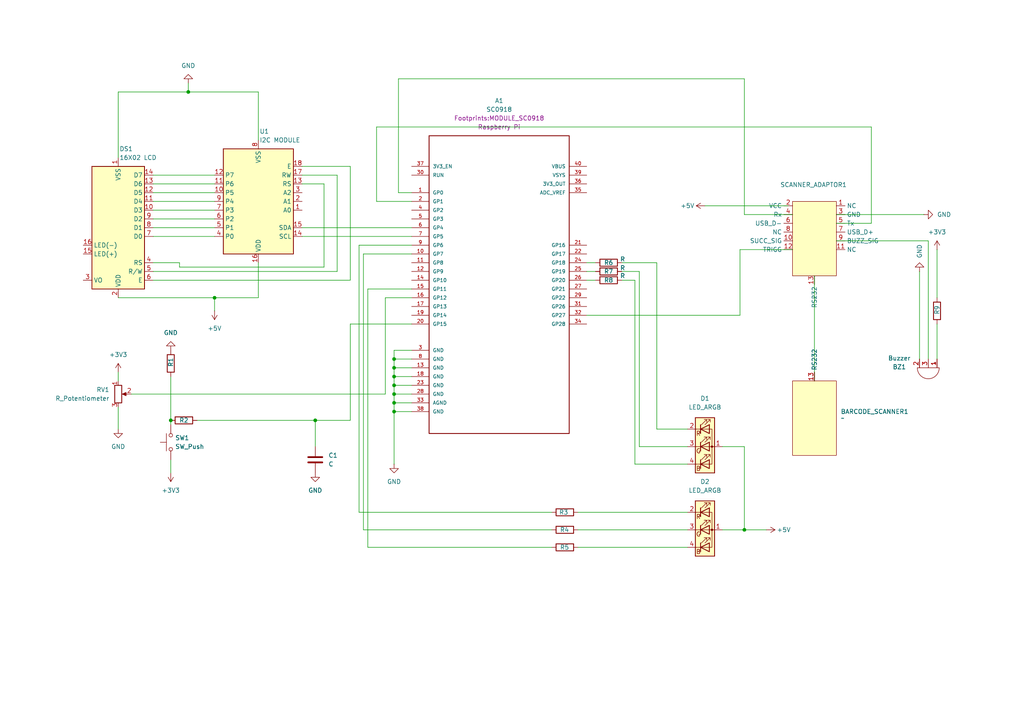
<source format=kicad_sch>
(kicad_sch (version 20231120) (generator "eeschema") (generator_version "8.0")
  (paper "A4")
  (lib_symbols
    (symbol "Device:Buzzer" (pin_names (offset 0.0254) hide)
      (property "Reference" "BZ1" (at -0.254 -8.382 90))
      (property "Value" "Buzzer" (at -2.794 -8.382 90))
      (symbol "Buzzer_0_1"
        (arc (start 0 -3.175) (mid 3.1612 0) (end 0 3.175))
        (polyline (pts (xy -1.651 1.905) (xy -1.143 1.905)))
        (polyline (pts (xy -1.397 2.159) (xy -1.397 1.651)))
        (polyline (pts (xy 0 3.175) (xy 0 -3.175)))
      )
      (symbol "Buzzer_1_1"
        (pin passive line (at -2.54 2.54 0) (length 2.54) (name "+") (number "1"))
        (pin passive line (at -2.54 -2.54 0) (length 2.54) (name "-") (number "2"))
        (pin input line (at -2.54 0 0) (length 2.54) (name "I/0") (number "3"))
      )
    )
    (symbol "Device:C" (pin_numbers hide) (pin_names (offset 0.254))
      (property "Reference" "C" (at 0.635 2.54 0))
      (property "Value" "C" (at 0.635 -2.54 0))
      (symbol "C_0_1"
        (polyline (pts (xy -2.032 -0.762) (xy 2.032 -0.762)) (stroke (width 0.508)))
        (polyline (pts (xy -2.032 0.762) (xy 2.032 0.762)) (stroke (width 0.508)))
      )
      (symbol "C_1_1"
        (pin passive line (at 0 3.81 270) (length 2.794) (name "~") (number "1"))
        (pin passive line (at 0 -3.81 90) (length 2.794) (name "~") (number "2"))
      )
    )
    (symbol "Device:LED_ARGB" (pin_names (offset 0) hide)
      (property "Reference" "D" (at 0 9.398 0))
      (property "Value" "LED_ARGB" (at 0 -8.89 0))
      (symbol "LED_ARGB_0_0"
        (text "B" (at -1.905 -6.35 0) (effects (font (size 1.27 1.27))))
        (text "G" (at -1.905 -1.27 0) (effects (font (size 1.27 1.27))))
        (text "R" (at -1.905 3.81 0) (effects (font (size 1.27 1.27))))
      )
      (symbol "LED_ARGB_0_1"
        (polyline (pts (xy -1.27 -5.08) (xy -2.54 -5.08)))
        (polyline (pts (xy -1.27 -5.08) (xy 1.27 -5.08)))
        (polyline (pts (xy -1.27 -3.81) (xy -1.27 -6.35)) (stroke (width 0.254)))
        (polyline (pts (xy -1.27 0) (xy -2.54 0)))
        (polyline (pts (xy -1.27 1.27) (xy -1.27 -1.27)) (stroke (width 0.254)))
        (polyline (pts (xy -1.27 5.08) (xy -2.54 5.08)))
        (polyline (pts (xy -1.27 5.08) (xy 1.27 5.08)))
        (polyline (pts (xy -1.27 6.35) (xy -1.27 3.81)) (stroke (width 0.254)))
        (polyline (pts (xy 1.27 0) (xy -1.27 0)))
        (polyline (pts (xy 1.27 0) (xy 2.54 0)))
        (polyline (pts (xy -1.27 1.27) (xy -1.27 -1.27) (xy -1.27 -1.27)))
        (polyline (pts (xy -1.27 6.35) (xy -1.27 3.81) (xy -1.27 3.81)))
        (polyline (pts (xy 1.27 -5.08) (xy 2.032 -5.08) (xy 2.032 5.08) (xy 1.27 5.08)))
        (polyline (pts (xy 1.27 -3.81) (xy 1.27 -6.35) (xy -1.27 -5.08) (xy 1.27 -3.81)) (stroke (width 0.254)))
        (polyline (pts (xy 1.27 1.27) (xy 1.27 -1.27) (xy -1.27 0) (xy 1.27 1.27)) (stroke (width 0.254)))
        (polyline (pts (xy 1.27 6.35) (xy 1.27 3.81) (xy -1.27 5.08) (xy 1.27 6.35)) (stroke (width 0.254)))
        (polyline (pts (xy -1.016 -3.81) (xy 0.508 -2.286) (xy -0.254 -2.286) (xy 0.508 -2.286) (xy 0.508 -3.048)))
        (polyline (pts (xy -1.016 1.27) (xy 0.508 2.794) (xy -0.254 2.794) (xy 0.508 2.794) (xy 0.508 2.032)))
        (polyline (pts (xy -1.016 6.35) (xy 0.508 7.874) (xy -0.254 7.874) (xy 0.508 7.874) (xy 0.508 7.112)))
        (polyline (pts (xy 0 -3.81) (xy 1.524 -2.286) (xy 0.762 -2.286) (xy 1.524 -2.286) (xy 1.524 -3.048)))
        (polyline (pts (xy 0 1.27) (xy 1.524 2.794) (xy 0.762 2.794) (xy 1.524 2.794) (xy 1.524 2.032)))
        (polyline (pts (xy 0 6.35) (xy 1.524 7.874) (xy 0.762 7.874) (xy 1.524 7.874) (xy 1.524 7.112)))
        (rectangle (start 1.27 -1.27) (end 1.27 1.27))
        (rectangle (start 1.27 1.27) (end 1.27 1.27))
        (rectangle (start 1.27 3.81) (end 1.27 6.35))
        (rectangle (start 1.27 6.35) (end 1.27 6.35))
        (circle (center 2.032 0) (radius 0.254) (fill (type outline)))
        (rectangle (start 2.794 8.382) (end -2.794 -7.62) (stroke (width 0.254)) (fill (type background)))
      )
      (symbol "LED_ARGB_1_1"
        (pin passive line (at 5.08 0 180) (length 2.54) (name "A") (number "1"))
        (pin passive line (at -5.08 5.08 0) (length 2.54) (name "RK") (number "2"))
        (pin passive line (at -5.08 0 0) (length 2.54) (name "GK") (number "3"))
        (pin passive line (at -5.08 -5.08 0) (length 2.54) (name "BK") (number "4"))
      )
    )
    (symbol "Device:R" (pin_numbers hide) (pin_names (offset 0))
      (property "Reference" "R" (at 2.032 0 90))
      (property "Value" "R" (at 0 0 90))
      (symbol "R_0_1"
        (rectangle (start -1.016 -2.54) (end 1.016 2.54) (stroke (width 0.254)))
      )
      (symbol "R_1_1"
        (pin passive line (at 0 3.81 270) (length 1.27) (name "~") (number "1"))
        (pin passive line (at 0 -3.81 90) (length 1.27) (name "~") (number "2"))
      )
    )
    (symbol "Device:R_Potentiometer" (pin_names (offset 1.016) hide)
      (property "Reference" "RV" (at -4.445 0 90))
      (property "Value" "R_Potentiometer" (at -2.54 0 90))
      (symbol "R_Potentiometer_0_1"
        (polyline (pts (xy 2.54 0) (xy 1.524 0)))
        (polyline (pts (xy 1.143 0) (xy 2.286 0.508) (xy 2.286 -0.508) (xy 1.143 0)) (fill (type outline)))
        (rectangle (start 1.016 2.54) (end -1.016 -2.54) (stroke (width 0.254)))
      )
      (symbol "R_Potentiometer_1_1"
        (pin passive line (at 0 3.81 270) (length 1.27) (name "1") (number "1"))
        (pin passive line (at 3.81 0 180) (length 1.27) (name "2") (number "2"))
        (pin passive line (at 0 -3.81 90) (length 1.27) (name "3") (number "3"))
      )
    )
    (symbol "Display_Character:WC1602A"
      (property "Reference" "DS" (at -5.842 19.05 0))
      (property "Value" "WC1602A" (at 5.334 19.05 0))
      (symbol "WC1602A_1_1"
        (rectangle (start -7.62 17.78) (end 7.62 -17.78) (stroke (width 0.254)) (fill (type background)))
        (pin power_in line (at 0 -20.32 90) (length 2.54) (name "VSS") (number "1"))
        (pin input line (at -10.16 -5.08 0) (length 2.54) (name "D3") (number "10"))
        (pin input line (at -10.16 -7.62 0) (length 2.54) (name "D4") (number "11"))
        (pin input line (at -10.16 -10.16 0) (length 2.54) (name "D5") (number "12"))
        (pin input line (at -10.16 -12.7 0) (length 2.54) (name "D6") (number "13"))
        (pin input line (at -10.16 -15.24 0) (length 2.54) (name "D7") (number "14"))
        (pin power_in line (at 10.16 7.62 180) (length 2.54) (name "LED(+)") (number "15"))
        (pin power_in line (at 10.16 5.08 180) (length 2.54) (name "LED(-)") (number "16"))
        (pin power_in line (at 0 20.32 270) (length 2.54) (name "VDD") (number "2"))
        (pin input line (at 10.16 15.24 180) (length 2.54) (name "VO") (number "3"))
        (pin input line (at -10.16 10.16 0) (length 2.54) (name "RS") (number "4"))
        (pin input line (at -10.16 12.7 0) (length 2.54) (name "R/W") (number "5"))
        (pin input line (at -10.16 15.24 0) (length 2.54) (name "E") (number "6"))
        (pin input line (at -10.16 2.54 0) (length 2.54) (name "D0") (number "7"))
        (pin input line (at -10.16 0 0) (length 2.54) (name "D1") (number "8"))
        (pin input line (at -10.16 -2.54 0) (length 2.54) (name "D2") (number "9"))
      )
    )
    (symbol "Footprint:SC0918" (pin_names (offset 1.016))
      (property "Reference" "A1" (at 0 58.42 0))
      (property "Value" "SC0918" (at 0 55.88 0))
      (property "Footprint" "Footprints:MODULE_SC0918" (at -12.7 -46.99 0))
      (property "manufacturer" "Raspberry Pi" (at 0 53.34 0))
      (symbol "SC0918_0_0"
        (rectangle (start -20.32 -43.18) (end 20.32 43.18) (stroke (width 0.254)))
        (pin bidirectional line (at -25.4 26.67 0) (length 5.08) (name "GP0") (number "1"))
        (pin bidirectional line (at -25.4 8.89 0) (length 5.08) (name "GP7") (number "10"))
        (pin bidirectional line (at -25.4 6.35 0) (length 5.08) (name "GP8") (number "11"))
        (pin bidirectional line (at -25.4 3.81 0) (length 5.08) (name "GP9") (number "12"))
        (pin power_in line (at -25.4 -24.13 0) (length 5.08) (name "GND") (number "13"))
        (pin bidirectional line (at -25.4 1.27 0) (length 5.08) (name "GP10") (number "14"))
        (pin bidirectional line (at -25.4 -1.27 0) (length 5.08) (name "GP11") (number "15"))
        (pin bidirectional line (at -25.4 -3.81 0) (length 5.08) (name "GP12") (number "16"))
        (pin bidirectional line (at -25.4 -6.35 0) (length 5.08) (name "GP13") (number "17"))
        (pin power_in line (at -25.4 -26.67 0) (length 5.08) (name "GND") (number "18"))
        (pin bidirectional line (at -25.4 -8.89 0) (length 5.08) (name "GP14") (number "19"))
        (pin bidirectional line (at -25.4 24.13 0) (length 5.08) (name "GP1") (number "2"))
        (pin bidirectional line (at -25.4 -11.43 0) (length 5.08) (name "GP15") (number "20"))
        (pin bidirectional line (at 25.4 11.43 180) (length 5.08) (name "GP16") (number "21"))
        (pin bidirectional line (at 25.4 8.89 180) (length 5.08) (name "GP17") (number "22"))
        (pin power_in line (at -25.4 -29.21 0) (length 5.08) (name "GND") (number "23"))
        (pin bidirectional line (at 25.4 6.35 180) (length 5.08) (name "GP18") (number "24"))
        (pin bidirectional line (at 25.4 3.81 180) (length 5.08) (name "GP19") (number "25"))
        (pin bidirectional line (at 25.4 1.27 180) (length 5.08) (name "GP20") (number "26"))
        (pin bidirectional line (at 25.4 -1.27 180) (length 5.08) (name "GP21") (number "27"))
        (pin power_in line (at -25.4 -31.75 0) (length 5.08) (name "GND") (number "28"))
        (pin bidirectional line (at 25.4 -3.81 180) (length 5.08) (name "GP22") (number "29"))
        (pin power_in line (at -25.4 -19.05 0) (length 5.08) (name "GND") (number "3"))
        (pin input line (at -25.4 31.75 0) (length 5.08) (name "RUN") (number "30"))
        (pin bidirectional line (at 25.4 -6.35 180) (length 5.08) (name "GP26") (number "31"))
        (pin bidirectional line (at 25.4 -8.89 180) (length 5.08) (name "GP27") (number "32"))
        (pin power_in line (at -25.4 -34.29 0) (length 5.08) (name "AGND") (number "33"))
        (pin bidirectional line (at 25.4 -11.43 180) (length 5.08) (name "GP28") (number "34"))
        (pin power_in line (at 25.4 26.67 180) (length 5.08) (name "ADC_VREF") (number "35"))
        (pin power_in line (at 25.4 29.21 180) (length 5.08) (name "3V3_OUT") (number "36"))
        (pin input line (at -25.4 34.29 0) (length 5.08) (name "3V3_EN") (number "37"))
        (pin power_in line (at -25.4 -36.83 0) (length 5.08) (name "GND") (number "38"))
        (pin free line (at 25.4 31.75 180) (length 5.08) (name "VSYS") (number "39"))
        (pin bidirectional line (at -25.4 21.59 0) (length 5.08) (name "GP2") (number "4"))
        (pin free line (at 25.4 34.29 180) (length 5.08) (name "VBUS") (number "40"))
        (pin bidirectional line (at -25.4 19.05 0) (length 5.08) (name "GP3") (number "5"))
        (pin bidirectional line (at -25.4 16.51 0) (length 5.08) (name "GP4") (number "6"))
        (pin bidirectional line (at -25.4 13.97 0) (length 5.08) (name "GP5") (number "7"))
        (pin power_in line (at -25.4 -21.59 0) (length 5.08) (name "GND") (number "8"))
        (pin bidirectional line (at -25.4 11.43 0) (length 5.08) (name "GP6") (number "9"))
      )
    )
    (symbol "Interface_Expansion:PCF8574"
      (property "Reference" "U1" (at -0.3459 -20.32 0))
      (property "Value" "I2C MODULE" (at -0.3459 -17.78 0))
      (symbol "PCF8574_0_1"
        (rectangle (start -10.16 15.24) (end 10.16 -15.24) (stroke (width 0.254)) (fill (type background)))
      )
      (symbol "PCF8574_1_1"
        (pin input line (at -12.7 2.54 0) (length 2.54) (name "A0") (number "1"))
        (pin bidirectional line (at 12.7 -2.54 180) (length 2.54) (name "P5") (number "10"))
        (pin bidirectional line (at 12.7 -5.08 180) (length 2.54) (name "P6") (number "11"))
        (pin bidirectional line (at 12.7 -7.62 180) (length 2.54) (name "P7") (number "12"))
        (pin input line (at -12.7 -5.08 0) (length 2.54) (name "RS") (number "13"))
        (pin input line (at -12.7 10.16 0) (length 2.54) (name "SCL") (number "14"))
        (pin bidirectional line (at -12.7 7.62 0) (length 2.54) (name "SDA") (number "15"))
        (pin power_in line (at 0 17.78 270) (length 2.54) (name "VDD") (number "16"))
        (pin input line (at -12.7 -7.62 0) (length 2.54) (name "RW") (number "17"))
        (pin input line (at -12.7 -10.16 0) (length 2.54) (name "E") (number "18"))
        (pin input line (at -12.7 0 0) (length 2.54) (name "A1") (number "2"))
        (pin input line (at -12.7 -2.54 0) (length 2.54) (name "A2") (number "3"))
        (pin bidirectional line (at 12.7 10.16 180) (length 2.54) (name "P0") (number "4"))
        (pin bidirectional line (at 12.7 7.62 180) (length 2.54) (name "P1") (number "5"))
        (pin bidirectional line (at 12.7 5.08 180) (length 2.54) (name "P2") (number "6"))
        (pin bidirectional line (at 12.7 2.54 180) (length 2.54) (name "P3") (number "7"))
        (pin power_in line (at 0 -17.78 90) (length 2.54) (name "VSS") (number "8"))
        (pin bidirectional line (at 12.7 0 180) (length 2.54) (name "P4") (number "9"))
      )
    )
    (symbol "Scanner_Library:BARCODE_SCANNER"
      (property "Reference" "BARCODE_SCANNER" (at 0 11.684 0))
      (symbol "BARCODE_SCANNER_1_1"
        (rectangle (start -6.35 10.16) (end 6.35 -11.43) (fill (type background)))
        (pin output line (at 0 -11.43 270) (length 2.54) (name "RS232") (number "13"))
      )
    )
    (symbol "Scanner_Library:SCANNER_ADAPTOR"
      (property "Reference" "SCANNER_ADAPTOR" (at 0 6.096 0))
      (symbol "SCANNER_ADAPTOR_1_1"
        (rectangle (start -6.35 2.54) (end 6.35 -19.05) (fill (type background)))
        (pin output line (at 6.35 1.27 0) (length 2.54) (name "NC") (number "1"))
        (pin output line (at -6.35 -8.89 180) (length 2.54) (name "SUCC_SIG") (number "10"))
        (pin output line (at 6.35 -11.43 0) (length 2.54) (name "NC") (number "11"))
        (pin input line (at -6.35 -11.43 180) (length 2.54) (name "TRIGG") (number "12"))
        (pin input line (at 0 -19.05 270) (length 2.54) (name "RS232") (number "13"))
        (pin input line (at -6.35 1.27 180) (length 2.54) (name "VCC") (number "2"))
        (pin input line (at 6.35 -1.27 0) (length 2.54) (name "GND") (number "3"))
        (pin input line (at -6.35 -1.27 180) (length 2.54) (name "Rx") (number "4"))
        (pin output line (at 6.35 -3.81 0) (length 2.54) (name "Tx") (number "5"))
        (pin bidirectional line (at -6.35 -3.81 180) (length 2.54) (name "USB_D-") (number "6"))
        (pin bidirectional line (at 6.35 -6.35 0) (length 2.54) (name "USB_D+") (number "7"))
        (pin output line (at -6.35 -6.35 180) (length 2.54) (name "NC") (number "8"))
        (pin output line (at 6.35 -8.89 0) (length 2.54) (name "BUZZ_SIG") (number "9"))
      )
    )
    (symbol "Switch:SW_Push" (pin_numbers hide) (pin_names (offset 1.016) hide)
      (property "Reference" "SW" (at 1.27 2.54 0))
      (property "Value" "SW_Push" (at 0 -1.524 0))
      (symbol "SW_Push_0_1"
        (circle (center -2.032 0) (radius 0.508))
        (polyline (pts (xy 0 1.27) (xy 0 3.048)))
        (polyline (pts (xy 2.54 1.27) (xy -2.54 1.27)))
        (circle (center 2.032 0) (radius 0.508))
        (pin passive line (at -5.08 0 0) (length 2.54) (name "1") (number "1"))
        (pin passive line (at 5.08 0 180) (length 2.54) (name "2") (number "2"))
      )
    )
    (symbol "power:+3V3" (power) (pin_numbers hide) (pin_names (offset 0) hide)
      (property "Value" "+3V3" (at 0 3.556 0))
      (symbol "+3V3_0_1"
        (polyline (pts (xy -0.762 1.27) (xy 0 2.54)))
        (polyline (pts (xy 0 0) (xy 0 2.54)))
        (polyline (pts (xy 0 2.54) (xy 0.762 1.27)))
      )
      (symbol "+3V3_1_1"
        (pin power_in line (at 0 0 90) (length 0) (name "~") (number "1"))
      )
    )
    (symbol "power:+5V" (power) (pin_numbers hide) (pin_names (offset 0) hide)
      (property "Value" "+5V" (at 0 3.556 0))
      (symbol "+5V_0_1"
        (polyline (pts (xy -0.762 1.27) (xy 0 2.54)))
        (polyline (pts (xy 0 0) (xy 0 2.54)))
        (polyline (pts (xy 0 2.54) (xy 0.762 1.27)))
      )
      (symbol "+5V_1_1"
        (pin power_in line (at 0 0 90) (length 0) (name "~") (number "1"))
      )
    )
    (symbol "power:GND" (power) (pin_numbers hide) (pin_names (offset 0) hide)
      (property "Value" "GND" (at 0 -3.81 0))
      (symbol "GND_0_1"
        (polyline (pts (xy 0 0) (xy 0 -1.27) (xy 1.27 -1.27) (xy 0 -2.54) (xy -1.27 -1.27) (xy 0 -1.27)))
      )
      (symbol "GND_1_1"
        (pin power_in line (at 0 0 270) (length 0) (name "~") (number "1"))
      )
    )
  )
  (junction (at 114.3 104.14))
  (junction (at 62.23 86.36))
  (junction (at 114.3 116.84))
  (junction (at 215.9 153.67))
  (junction (at 114.3 114.3))
  (junction (at 114.3 119.38))
  (junction (at 114.3 106.68))
  (junction (at 91.44 121.92))
  (junction (at 114.3 109.22))
  (junction (at 54.61 26.67))
  (junction (at 114.3 111.76))
  (junction (at 49.53 121.92))
  (wire (pts (xy 62.23 63.5) (xy 44.45 63.5)))
  (wire (pts (xy 119.38 106.68) (xy 114.3 106.68)))
  (wire (pts (xy 74.93 40.64) (xy 74.93 26.67)))
  (wire (pts (xy 215.9 62.23) (xy 229.87 62.23)))
  (wire (pts (xy 57.15 121.92) (xy 91.44 121.92)))
  (wire (pts (xy 114.3 119.38) (xy 114.3 134.62)))
  (wire (pts (xy 34.29 118.11) (xy 34.29 124.46)))
  (wire (pts (xy 209.55 153.67) (xy 215.9 153.67)))
  (wire (pts (xy 87.63 68.58) (xy 119.38 68.58)))
  (wire (pts (xy 160.02 158.75) (xy 106.68 158.75)))
  (wire (pts (xy 74.93 26.67) (xy 54.61 26.67)))
  (wire (pts (xy 93.98 53.34) (xy 93.98 77.47)))
  (wire (pts (xy 184.15 134.62) (xy 184.15 81.28)))
  (wire (pts (xy 115.57 55.88) (xy 119.38 55.88)))
  (wire (pts (xy 114.3 101.6) (xy 114.3 104.14)))
  (wire (pts (xy 62.23 68.58) (xy 44.45 68.58)))
  (wire (pts (xy 180.34 81.28) (xy 184.15 81.28)))
  (wire (pts (xy 109.22 58.42) (xy 119.38 58.42)))
  (wire (pts (xy 215.9 22.86) (xy 215.9 62.23)))
  (wire (pts (xy 242.57 64.77) (xy 252.73 64.77)))
  (wire (pts (xy 62.23 50.8) (xy 44.45 50.8)))
  (wire (pts (xy 215.9 153.67) (xy 215.9 129.54)))
  (wire (pts (xy 119.38 119.38) (xy 114.3 119.38)))
  (wire (pts (xy 119.38 101.6) (xy 114.3 101.6)))
  (wire (pts (xy 167.64 158.75) (xy 199.39 158.75)))
  (wire (pts (xy 242.57 62.23) (xy 267.97 62.23)))
  (wire (pts (xy 114.3 104.14) (xy 114.3 106.68)))
  (wire (pts (xy 101.6 93.98) (xy 119.38 93.98)))
  (wire (pts (xy 52.07 76.2) (xy 52.07 77.47)))
  (wire (pts (xy 204.47 59.69) (xy 228.6 59.69)))
  (wire (pts (xy 111.76 86.36) (xy 119.38 86.36)))
  (wire (pts (xy 62.23 66.04) (xy 44.45 66.04)))
  (wire (pts (xy 115.57 22.86) (xy 115.57 55.88)))
  (wire (pts (xy 62.23 55.88) (xy 44.45 55.88)))
  (wire (pts (xy 49.53 133.35) (xy 49.53 137.16)))
  (wire (pts (xy 115.57 22.86) (xy 215.9 22.86)))
  (wire (pts (xy 119.38 109.22) (xy 114.3 109.22)))
  (wire (pts (xy 167.64 148.59) (xy 199.39 148.59)))
  (wire (pts (xy 111.76 114.3) (xy 111.76 86.36)))
  (wire (pts (xy 172.72 76.2) (xy 170.18 76.2)))
  (wire (pts (xy 209.55 129.54) (xy 215.9 129.54)))
  (wire (pts (xy 160.02 153.67) (xy 105.41 153.67)))
  (wire (pts (xy 52.07 77.47) (xy 93.98 77.47)))
  (wire (pts (xy 114.3 106.68) (xy 114.3 109.22)))
  (wire (pts (xy 34.29 86.36) (xy 62.23 86.36)))
  (wire (pts (xy 62.23 53.34) (xy 44.45 53.34)))
  (wire (pts (xy 62.23 86.36) (xy 62.23 90.17)))
  (wire (pts (xy 215.9 153.67) (xy 222.25 153.67)))
  (wire (pts (xy 114.3 104.14) (xy 119.38 104.14)))
  (wire (pts (xy 104.14 71.12) (xy 119.38 71.12)))
  (wire (pts (xy 170.18 81.28) (xy 172.72 81.28)))
  (wire (pts (xy 167.64 153.67) (xy 199.39 153.67)))
  (wire (pts (xy 62.23 60.96) (xy 44.45 60.96)))
  (wire (pts (xy 190.5 124.46) (xy 190.5 76.2)))
  (wire (pts (xy 38.1 114.3) (xy 111.76 114.3)))
  (wire (pts (xy 105.41 153.67) (xy 105.41 73.66)))
  (wire (pts (xy 101.6 48.26) (xy 87.63 48.26)))
  (wire (pts (xy 214.63 72.39) (xy 229.87 72.39)))
  (wire (pts (xy 271.78 72.39) (xy 271.78 86.36)))
  (wire (pts (xy 74.93 86.36) (xy 74.93 76.2)))
  (wire (pts (xy 190.5 124.46) (xy 199.39 124.46)))
  (wire (pts (xy 87.63 53.34) (xy 93.98 53.34)))
  (wire (pts (xy 236.22 80.01) (xy 236.22 110.49)))
  (wire (pts (xy 44.45 58.42) (xy 62.23 58.42)))
  (wire (pts (xy 214.63 91.44) (xy 214.63 72.39)))
  (wire (pts (xy 49.53 109.22) (xy 49.53 121.92)))
  (wire (pts (xy 185.42 129.54) (xy 185.42 78.74)))
  (wire (pts (xy 199.39 129.54) (xy 185.42 129.54)))
  (wire (pts (xy 114.3 116.84) (xy 114.3 119.38)))
  (wire (pts (xy 114.3 111.76) (xy 114.3 114.3)))
  (wire (pts (xy 119.38 114.3) (xy 114.3 114.3)))
  (wire (pts (xy 54.61 24.13) (xy 54.61 26.67)))
  (wire (pts (xy 91.44 121.92) (xy 101.6 121.92)))
  (wire (pts (xy 114.3 109.22) (xy 114.3 111.76)))
  (wire (pts (xy 34.29 45.72) (xy 34.29 26.67)))
  (wire (pts (xy 190.5 76.2) (xy 180.34 76.2)))
  (wire (pts (xy 114.3 114.3) (xy 114.3 116.84)))
  (wire (pts (xy 87.63 66.04) (xy 119.38 66.04)))
  (wire (pts (xy 34.29 107.95) (xy 34.29 110.49)))
  (wire (pts (xy 199.39 134.62) (xy 184.15 134.62)))
  (wire (pts (xy 269.24 69.85) (xy 269.24 104.14)))
  (wire (pts (xy 106.68 83.82) (xy 119.38 83.82)))
  (wire (pts (xy 97.79 50.8) (xy 87.63 50.8)))
  (wire (pts (xy 170.18 78.74) (xy 172.72 78.74)))
  (wire (pts (xy 170.18 91.44) (xy 214.63 91.44)))
  (wire (pts (xy 271.78 104.14) (xy 271.78 93.98)))
  (wire (pts (xy 44.45 78.74) (xy 97.79 78.74)))
  (wire (pts (xy 119.38 111.76) (xy 114.3 111.76)))
  (wire (pts (xy 101.6 121.92) (xy 101.6 93.98)))
  (wire (pts (xy 109.22 36.83) (xy 252.73 36.83)))
  (wire (pts (xy 44.45 81.28) (xy 101.6 81.28)))
  (wire (pts (xy 252.73 36.83) (xy 252.73 64.77)))
  (wire (pts (xy 160.02 148.59) (xy 104.14 148.59)))
  (wire (pts (xy 91.44 121.92) (xy 91.44 129.54)))
  (wire (pts (xy 109.22 36.83) (xy 109.22 58.42)))
  (wire (pts (xy 266.7 104.14) (xy 266.7 78.74)))
  (wire (pts (xy 119.38 116.84) (xy 114.3 116.84)))
  (wire (pts (xy 104.14 148.59) (xy 104.14 71.12)))
  (wire (pts (xy 269.24 69.85) (xy 242.57 69.85)))
  (wire (pts (xy 105.41 73.66) (xy 119.38 73.66)))
  (wire (pts (xy 106.68 158.75) (xy 106.68 83.82)))
  (wire (pts (xy 180.34 78.74) (xy 185.42 78.74)))
  (wire (pts (xy 101.6 48.26) (xy 101.6 81.28)))
  (wire (pts (xy 62.23 86.36) (xy 74.93 86.36)))
  (wire (pts (xy 49.53 121.92) (xy 49.53 123.19)))
  (wire (pts (xy 44.45 76.2) (xy 52.07 76.2)))
  (wire (pts (xy 97.79 78.74) (xy 97.79 50.8)))
  (wire (pts (xy 54.61 26.67) (xy 34.29 26.67)))
  (symbol (lib_id "power:+3V3") (at 271.78 72.39 0) (unit 1)
    (property "Reference" "#PWR013" (effects (hide yes)))
    (property "Value" "+3V3" (at 271.78 67.31 0))
    (property "Description" "Power symbol creates a global label with name \"+3V3\"" (effects (hide yes)))
  )
  (symbol (lib_id "power:GND") (at 114.3 134.62 0) (unit 1)
    (property "Reference" "#PWR08" (effects (hide yes)))
    (property "Value" "GND" (at 114.3 139.7 0))
    (property "Description" "Power symbol creates a global label with name \"GND\" , ground" (effects (hide yes)))
  )
  (symbol (lib_id "Scanner_Library:BARCODE_SCANNER") (at 236.22 121.92 180) (unit 1)
    (property "Reference" "BARCODE_SCANNER1" (at 243.84 119.3799 0) (effects (justify right)))
    (property "Value" "~" (at 243.84 121.285 0) (effects (justify right)))
  )
  (symbol (lib_id "power:+3V3") (at 49.53 137.16 180) (unit 1)
    (property "Reference" "#PWR04" (effects (hide yes)))
    (property "Value" "+3V3" (at 49.53 142.24 0))
    (property "Description" "Power symbol creates a global label with name \"+3V3\"" (effects (hide yes)))
  )
  (symbol (lib_id "power:GND") (at 54.61 24.13 180) (unit 1)
    (property "Reference" "#PWR05" (effects (hide yes)))
    (property "Value" "GND" (at 54.61 19.05 0))
    (property "Description" "Power symbol creates a global label with name \"GND\" , ground" (effects (hide yes)))
  )
  (symbol (lib_id "Device:R_Potentiometer") (at 34.29 114.3 0) (unit 1)
    (property "Reference" "RV1" (at 31.75 113.0299 0) (effects (justify right)))
    (property "Value" "R_Potentiometer" (at 31.75 115.5699 0) (effects (justify right)))
    (property "Description" "Potentiometer" (effects (hide yes)))
  )
  (symbol (lib_id "Display_Character:WC1602A") (at 34.29 66.04 180) (unit 1)
    (property "Reference" "DS1" (at 34.6359 43.18 0) (effects (justify right)))
    (property "Value" "16X02 LCD" (at 34.6359 45.72 0) (effects (justify right)))
    (property "Footprint" "Display:WC1602A" (effects (hide yes)))
    (property "Datasheet" "http://www.wincomlcd.com/pdf/WC1602A-SFYLYHTC06.pdf" (effects (hide yes)))
    (property "Description" "LCD 16x2 Alphanumeric , 8 bit parallel bus, 5V VDD" (effects (hide yes)))
  )
  (symbol (lib_id "Device:R") (at 176.53 78.74 90) (unit 1)
    (property "Reference" "R7" (at 176.53 78.74 90))
    (property "Value" "R" (at 180.594 80.01 90))
    (property "Footprint" "Resistor_THT:R_Axial_DIN0204_L3.6mm_D1.6mm_P2.54mm_Vertical" (effects (hide yes)))
    (property "Description" "Resistor" (effects (hide yes)))
  )
  (symbol (lib_id "power:+3V3") (at 34.29 107.95 0) (unit 1)
    (property "Reference" "#PWR01" (effects (hide yes)))
    (property "Value" "+3V3" (at 34.29 102.87 0))
    (property "Description" "Power symbol creates a global label with name \"+3V3\"" (effects (hide yes)))
  )
  (symbol (lib_id "Device:LED_ARGB") (at 204.47 129.54 0) (unit 1)
    (property "Reference" "D1" (at 204.47 115.57 0))
    (property "Value" "LED_ARGB" (at 204.47 118.11 0))
    (property "Description" "RGB LED, anode/red/green/blue" (effects (hide yes)))
  )
  (symbol (lib_id "power:GND") (at 267.97 62.23 90) (unit 1)
    (property "Reference" "#PWR012" (effects (hide yes)))
    (property "Value" "GND" (at 271.78 62.2299 90) (effects (justify right)))
    (property "Description" "Power symbol creates a global label with name \"GND\" , ground" (effects (hide yes)))
  )
  (symbol (lib_id "power:GND") (at 266.7 78.74 180) (unit 1)
    (property "Reference" "#PWR011" (effects (hide yes)))
    (property "Value" "GND" (at 266.6999 74.93 90) (effects (justify right)))
    (property "Description" "Power symbol creates a global label with name \"GND\" , ground" (effects (hide yes)))
  )
  (symbol (lib_id "Switch:SW_Push") (at 49.53 128.27 90) (unit 1)
    (property "Reference" "SW1" (at 50.8 126.9999 90) (effects (justify right)))
    (property "Value" "SW_Push" (at 50.8 129.5399 90) (effects (justify right)))
    (property "Footprint" "Button_Switch_THT:SW_PUSH_6mm" (effects (hide yes)))
    (property "Description" "Push button switch, generic, two pins" (effects (hide yes)))
  )
  (symbol (lib_id "Scanner_Library:SCANNER_ADAPTOR") (at 236.22 60.96 0) (unit 1)
    (property "Reference" "SCANNER_ADAPTOR1" (at 235.966 53.594 0))
    (property "Value" "~" (at 236.22 86.36 0))
  )
  (symbol (lib_id "Device:R") (at 176.53 81.28 90) (unit 1)
    (property "Reference" "R8" (at 176.53 81.28 90))
    (property "Value" "R" (at 180.594 77.724 90))
    (property "Footprint" "Resistor_THT:R_Axial_DIN0204_L3.6mm_D1.6mm_P2.54mm_Vertical" (effects (hide yes)))
    (property "Description" "Resistor" (effects (hide yes)))
  )
  (symbol (lib_id "Footprint:SC0918") (at 144.78 82.55 0) (unit 1)
    (property "Reference" "A1" (at 144.78 29.21 0))
    (property "Value" "SC0918" (at 144.78 31.75 0))
    (property "Footprint" "Footprints:MODULE_SC0918" (at 144.78 34.29 0))
    (property "Datasheet" "https://datasheets.raspberrypi.com/picow/pico-w-datasheet.pdf" (effects (hide yes)))
    (property "manufacturer" "Raspberry Pi" (at 144.78 36.83 0))
    (property "P/N" "SC0918" (effects (hide yes)))
    (property "PARTREV" "1.6" (effects (hide yes)))
    (property "MAXIMUM_PACKAGE_HEIGHT" "3.73mm" (effects (hide yes)))
  )
  (symbol (lib_id "Device:R") (at 271.78 90.17 180) (unit 1)
    (property "Reference" "R9" (at 271.78 89.916 90))
    (property "Value" "R" (effects (hide yes)))
    (property "Footprint" "Resistor_THT:R_Axial_DIN0204_L3.6mm_D1.6mm_P2.54mm_Vertical" (effects (hide yes)))
    (property "Description" "Resistor" (effects (hide yes)))
  )
  (symbol (lib_id "power:+5V") (at 204.47 59.69 90) (unit 1)
    (property "Reference" "#PWR09" (effects (hide yes)))
    (property "Value" "+5V" (at 199.39 59.69 90))
    (property "Description" "Power symbol creates a global label with name \"+5V\"" (effects (hide yes)))
  )
  (symbol (lib_id "Device:R") (at 49.53 105.41 0) (unit 1)
    (property "Reference" "R1" (at 49.53 106.426 90) (effects (justify left)))
    (property "Value" "R" (effects (hide yes)))
    (property "Footprint" "Resistor_THT:R_Axial_DIN0204_L3.6mm_D1.6mm_P2.54mm_Vertical" (effects (hide yes)))
    (property "Description" "Resistor" (effects (hide yes)))
  )
  (symbol (lib_id "Device:Buzzer") (at 269.24 106.68 270) (unit 1)
    (property "Reference" "BZ1" (at 260.858 106.426 90))
    (property "Value" "Buzzer" (at 260.858 103.886 90))
    (property "Description" "Buzzer, polarized" (effects (hide yes)))
  )
  (symbol (lib_id "Device:LED_ARGB") (at 204.47 153.67 0) (unit 1)
    (property "Reference" "D2" (at 204.47 139.7 0))
    (property "Value" "LED_ARGB" (at 204.47 142.24 0))
    (property "Description" "RGB LED, anode/red/green/blue" (effects (hide yes)))
  )
  (symbol (lib_id "power:GND") (at 49.53 101.6 180) (unit 1)
    (property "Reference" "#PWR03" (effects (hide yes)))
    (property "Value" "GND" (at 49.53 96.52 0))
    (property "Description" "Power symbol creates a global label with name \"GND\" , ground" (effects (hide yes)))
  )
  (symbol (lib_id "Device:R") (at 163.83 153.67 90) (unit 1)
    (property "Reference" "R4" (at 165.1 153.67 90) (effects (justify left)))
    (property "Value" "R" (effects (hide yes)))
    (property "Footprint" "Resistor_THT:R_Axial_DIN0204_L3.6mm_D1.6mm_P2.54mm_Vertical" (effects (hide yes)))
    (property "Description" "Resistor" (effects (hide yes)))
  )
  (symbol (lib_id "Interface_Expansion:PCF8574") (at 74.93 58.42 180) (unit 1)
    (property "Reference" "U1" (at 75.2759 38.1 0) (effects (justify right)))
    (property "Value" "I2C MODULE" (at 75.2759 40.64 0) (effects (justify right)))
    (property "Datasheet" "http://www.nxp.com/docs/en/data-sheet/PCF8574_PCF8574A.pdf" (effects (hide yes)))
    (property "Description" "8 Bit Port/Expander to I2C Bus, DIP/SOIC-16" (effects (hide yes)))
  )
  (symbol (lib_id "Device:R") (at 163.83 148.59 90) (unit 1)
    (property "Reference" "R3" (at 164.846 148.59 90) (effects (justify left)))
    (property "Value" "R" (effects (hide yes)))
    (property "Footprint" "Resistor_THT:R_Axial_DIN0204_L3.6mm_D1.6mm_P2.54mm_Vertical" (effects (hide yes)))
    (property "Description" "Resistor" (effects (hide yes)))
  )
  (symbol (lib_id "power:+5V") (at 62.23 90.17 180) (unit 1)
    (property "Reference" "#PWR06" (effects (hide yes)))
    (property "Value" "+5V" (at 62.23 95.25 0))
    (property "Description" "Power symbol creates a global label with name \"+5V\"" (effects (hide yes)))
  )
  (symbol (lib_id "power:GND") (at 34.29 124.46 0) (unit 1)
    (property "Reference" "#PWR02" (effects (hide yes)))
    (property "Value" "GND" (at 34.29 129.54 0))
    (property "Description" "Power symbol creates a global label with name \"GND\" , ground" (effects (hide yes)))
  )
  (symbol (lib_id "Device:R") (at 176.53 76.2 90) (unit 1)
    (property "Reference" "R6" (at 176.53 76.2 90))
    (property "Value" "R" (at 180.594 75.184 90))
    (property "Footprint" "Resistor_THT:R_Axial_DIN0204_L3.6mm_D1.6mm_P2.54mm_Vertical" (effects (hide yes)))
    (property "Description" "Resistor" (effects (hide yes)))
  )
  (symbol (lib_id "Device:C") (at 91.44 133.35 0) (unit 1)
    (property "Reference" "C1" (at 95.25 132.0799 0) (effects (justify left)))
    (property "Value" "C" (at 95.25 134.6199 0) (effects (justify left)))
    (property "Description" "Unpolarized capacitor" (effects (hide yes)))
  )
  (symbol (lib_id "Device:R") (at 53.34 121.92 90) (unit 1)
    (property "Reference" "R2" (at 53.34 121.92 90))
    (property "Value" "R" (effects (hide yes)))
    (property "Footprint" "Resistor_THT:R_Axial_DIN0204_L3.6mm_D1.6mm_P2.54mm_Vertical" (effects (hide yes)))
    (property "Description" "Resistor" (effects (hide yes)))
  )
  (symbol (lib_id "power:+5V") (at 222.25 153.67 270) (unit 1)
    (property "Reference" "#PWR010" (effects (hide yes)))
    (property "Value" "+5V" (at 227.33 153.67 90))
    (property "Description" "Power symbol creates a global label with name \"+5V\"" (effects (hide yes)))
  )
  (symbol (lib_id "Device:R") (at 163.83 158.75 90) (unit 1)
    (property "Reference" "R5" (at 165.1 158.75 90) (effects (justify left)))
    (property "Value" "R" (effects (hide yes)))
    (property "Footprint" "Resistor_THT:R_Axial_DIN0204_L3.6mm_D1.6mm_P2.54mm_Vertical" (effects (hide yes)))
    (property "Description" "Resistor" (effects (hide yes)))
  )
  (symbol (lib_id "power:GND") (at 91.44 137.16 0) (unit 1)
    (property "Reference" "#PWR07" (effects (hide yes)))
    (property "Value" "GND" (at 91.44 142.24 0))
    (property "Description" "Power symbol creates a global label with name \"GND\" , ground" (effects (hide yes)))
  )
)
</source>
